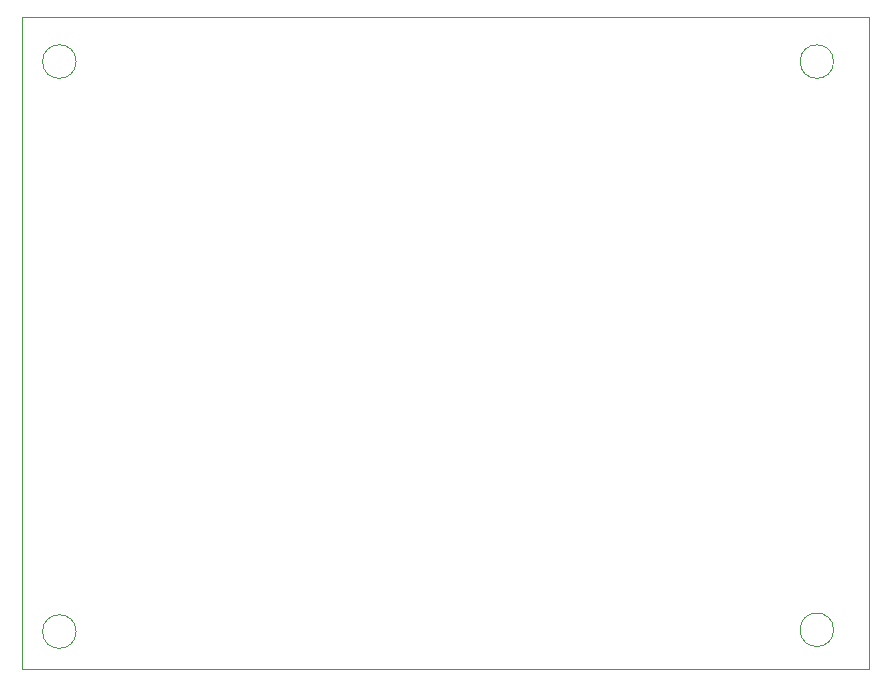
<source format=gbr>
%TF.GenerationSoftware,KiCad,Pcbnew,7.0.6*%
%TF.CreationDate,2024-03-12T08:30:34-05:00*%
%TF.ProjectId,test,74657374-2e6b-4696-9361-645f70636258,rev?*%
%TF.SameCoordinates,Original*%
%TF.FileFunction,Profile,NP*%
%FSLAX46Y46*%
G04 Gerber Fmt 4.6, Leading zero omitted, Abs format (unit mm)*
G04 Created by KiCad (PCBNEW 7.0.6) date 2024-03-12 08:30:34*
%MOMM*%
%LPD*%
G01*
G04 APERTURE LIST*
%TA.AperFunction,Profile*%
%ADD10C,0.100000*%
%TD*%
G04 APERTURE END LIST*
D10*
X180489903Y-119230097D02*
G75*
G03*
X180489903Y-119230097I-1419903J0D01*
G01*
X180489903Y-71120000D02*
G75*
G03*
X180489903Y-71120000I-1419903J0D01*
G01*
X116354903Y-71120000D02*
G75*
G03*
X116354903Y-71120000I-1419903J0D01*
G01*
X116354903Y-119380000D02*
G75*
G03*
X116354903Y-119380000I-1419903J0D01*
G01*
X183515000Y-67310000D02*
X111760000Y-67310000D01*
X111760000Y-122555000D01*
X183515000Y-122555000D01*
X183515000Y-67310000D01*
M02*

</source>
